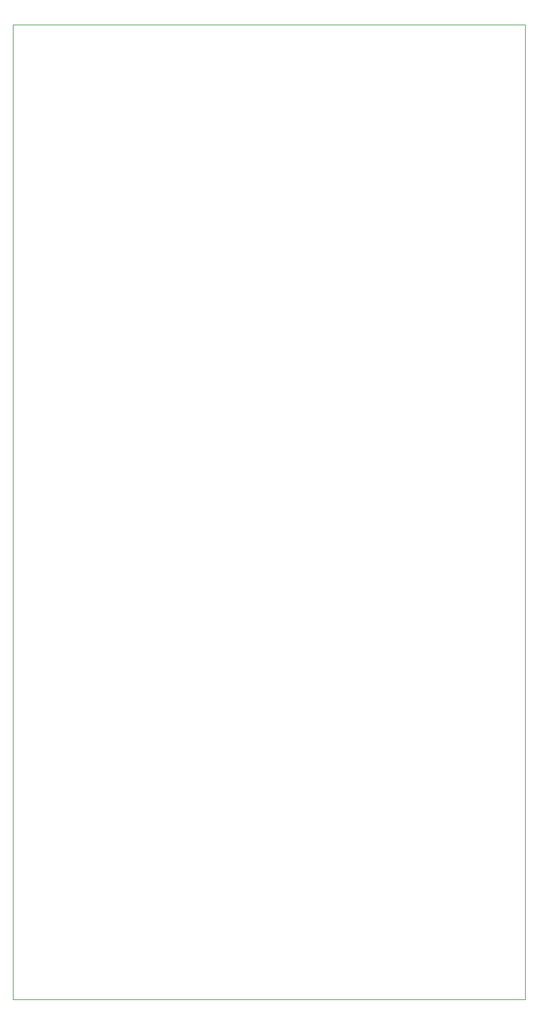
<source format=gbr>
%TF.GenerationSoftware,KiCad,Pcbnew,(6.0.7-1)-1*%
%TF.CreationDate,2022-08-23T12:39:42-05:00*%
%TF.ProjectId,NR1B-Power,4e523142-2d50-46f7-9765-722e6b696361,rev?*%
%TF.SameCoordinates,Original*%
%TF.FileFunction,Legend,Bot*%
%TF.FilePolarity,Positive*%
%FSLAX46Y46*%
G04 Gerber Fmt 4.6, Leading zero omitted, Abs format (unit mm)*
G04 Created by KiCad (PCBNEW (6.0.7-1)-1) date 2022-08-23 12:39:42*
%MOMM*%
%LPD*%
G01*
G04 APERTURE LIST*
%TA.AperFunction,Profile*%
%ADD10C,0.100000*%
%TD*%
G04 APERTURE END LIST*
D10*
X159500000Y-80000000D02*
X230000000Y-80000000D01*
X230000000Y-214000000D02*
X159500000Y-214000000D01*
X230000000Y-80000000D02*
X230000000Y-214000000D01*
X159500000Y-214000000D02*
X159500000Y-80000000D01*
M02*

</source>
